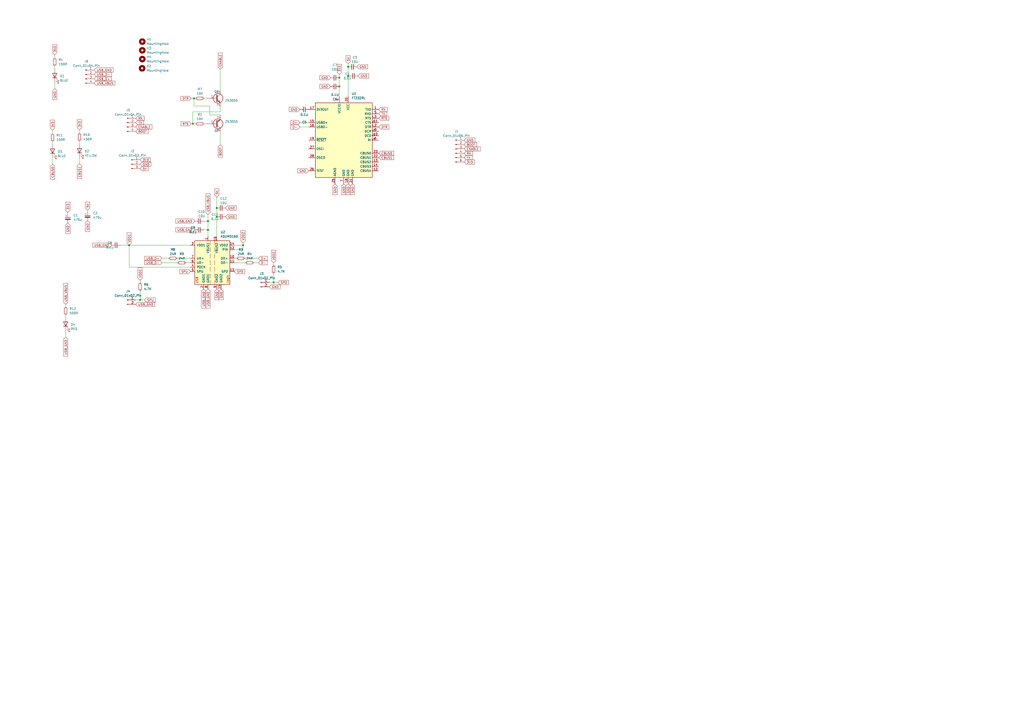
<source format=kicad_sch>
(kicad_sch (version 20231120) (generator "eeschema") (generator_version "8.0")
  (paper "A2")
  (lib_symbols
    (symbol "Connector:Conn_01x02_Pin" (pin_names (offset 1.016) hide)
      (property "Reference" "J" (at 0 2.54 0))
      (property "Value" "Conn_01x02_Pin" (at 0 -5.08 0))
      (symbol "Conn_01x02_Pin_1_1"
        (polyline (pts (xy 1.27 -2.54) (xy 0.8636 -2.54)) (stroke (width 0.1524)))
        (polyline (pts (xy 1.27 0) (xy 0.8636 0)) (stroke (width 0.1524)))
        (rectangle (start 0.8636 -2.413) (end 0 -2.667) (stroke (width 0.1524)) (fill (type outline)))
        (rectangle (start 0.8636 0.127) (end 0 -0.127) (stroke (width 0.1524)) (fill (type outline)))
        (pin passive line (at 5.08 0 180) (length 3.81) (name "Pin_1") (number "1"))
        (pin passive line (at 5.08 -2.54 180) (length 3.81) (name "Pin_2") (number "2"))
      )
    )
    (symbol "Connector:Conn_01x03_Pin" (pin_names (offset 1.016) hide)
      (property "Reference" "J" (at 0 5.08 0))
      (property "Value" "Conn_01x03_Pin" (at 0 -5.08 0))
      (symbol "Conn_01x03_Pin_1_1"
        (polyline (pts (xy 1.27 -2.54) (xy 0.8636 -2.54)) (stroke (width 0.1524)))
        (polyline (pts (xy 1.27 0) (xy 0.8636 0)) (stroke (width 0.1524)))
        (polyline (pts (xy 1.27 2.54) (xy 0.8636 2.54)) (stroke (width 0.1524)))
        (rectangle (start 0.8636 -2.413) (end 0 -2.667) (stroke (width 0.1524)) (fill (type outline)))
        (rectangle (start 0.8636 0.127) (end 0 -0.127) (stroke (width 0.1524)) (fill (type outline)))
        (rectangle (start 0.8636 2.667) (end 0 2.413) (stroke (width 0.1524)) (fill (type outline)))
        (pin passive line (at 5.08 2.54 180) (length 3.81) (name "Pin_1") (number "1"))
        (pin passive line (at 5.08 0 180) (length 3.81) (name "Pin_2") (number "2"))
        (pin passive line (at 5.08 -2.54 180) (length 3.81) (name "Pin_3") (number "3"))
      )
    )
    (symbol "Connector:Conn_01x04_Pin" (pin_names (offset 1.016) hide)
      (property "Reference" "J" (at 0 5.08 0))
      (property "Value" "Conn_01x04_Pin" (at 0 -7.62 0))
      (symbol "Conn_01x04_Pin_1_1"
        (polyline (pts (xy 1.27 -5.08) (xy 0.8636 -5.08)) (stroke (width 0.1524)))
        (polyline (pts (xy 1.27 -2.54) (xy 0.8636 -2.54)) (stroke (width 0.1524)))
        (polyline (pts (xy 1.27 0) (xy 0.8636 0)) (stroke (width 0.1524)))
        (polyline (pts (xy 1.27 2.54) (xy 0.8636 2.54)) (stroke (width 0.1524)))
        (rectangle (start 0.8636 -4.953) (end 0 -5.207) (stroke (width 0.1524)) (fill (type outline)))
        (rectangle (start 0.8636 -2.413) (end 0 -2.667) (stroke (width 0.1524)) (fill (type outline)))
        (rectangle (start 0.8636 0.127) (end 0 -0.127) (stroke (width 0.1524)) (fill (type outline)))
        (rectangle (start 0.8636 2.667) (end 0 2.413) (stroke (width 0.1524)) (fill (type outline)))
        (pin passive line (at 5.08 2.54 180) (length 3.81) (name "Pin_1") (number "1"))
        (pin passive line (at 5.08 0 180) (length 3.81) (name "Pin_2") (number "2"))
        (pin passive line (at 5.08 -2.54 180) (length 3.81) (name "Pin_3") (number "3"))
        (pin passive line (at 5.08 -5.08 180) (length 3.81) (name "Pin_4") (number "4"))
      )
    )
    (symbol "Connector:Conn_01x06_Pin" (pin_names (offset 1.016) hide)
      (property "Reference" "J" (at 0 7.62 0))
      (property "Value" "Conn_01x06_Pin" (at 0 -10.16 0))
      (symbol "Conn_01x06_Pin_1_1"
        (polyline (pts (xy 1.27 -7.62) (xy 0.8636 -7.62)) (stroke (width 0.1524)))
        (polyline (pts (xy 1.27 -5.08) (xy 0.8636 -5.08)) (stroke (width 0.1524)))
        (polyline (pts (xy 1.27 -2.54) (xy 0.8636 -2.54)) (stroke (width 0.1524)))
        (polyline (pts (xy 1.27 0) (xy 0.8636 0)) (stroke (width 0.1524)))
        (polyline (pts (xy 1.27 2.54) (xy 0.8636 2.54)) (stroke (width 0.1524)))
        (polyline (pts (xy 1.27 5.08) (xy 0.8636 5.08)) (stroke (width 0.1524)))
        (rectangle (start 0.8636 -7.493) (end 0 -7.747) (stroke (width 0.1524)) (fill (type outline)))
        (rectangle (start 0.8636 -4.953) (end 0 -5.207) (stroke (width 0.1524)) (fill (type outline)))
        (rectangle (start 0.8636 -2.413) (end 0 -2.667) (stroke (width 0.1524)) (fill (type outline)))
        (rectangle (start 0.8636 0.127) (end 0 -0.127) (stroke (width 0.1524)) (fill (type outline)))
        (rectangle (start 0.8636 2.667) (end 0 2.413) (stroke (width 0.1524)) (fill (type outline)))
        (rectangle (start 0.8636 5.207) (end 0 4.953) (stroke (width 0.1524)) (fill (type outline)))
        (pin passive line (at 5.08 5.08 180) (length 3.81) (name "Pin_1") (number "1"))
        (pin passive line (at 5.08 2.54 180) (length 3.81) (name "Pin_2") (number "2"))
        (pin passive line (at 5.08 0 180) (length 3.81) (name "Pin_3") (number "3"))
        (pin passive line (at 5.08 -2.54 180) (length 3.81) (name "Pin_4") (number "4"))
        (pin passive line (at 5.08 -5.08 180) (length 3.81) (name "Pin_5") (number "5"))
        (pin passive line (at 5.08 -7.62 180) (length 3.81) (name "Pin_6") (number "6"))
      )
    )
    (symbol "Device:C_Polarized_Small" (pin_numbers hide) (pin_names (offset 0.254) hide)
      (property "Reference" "C" (at 0.254 1.778 0))
      (property "Value" "C_Polarized_Small" (at 0.254 -2.032 0))
      (symbol "C_Polarized_Small_0_1"
        (rectangle (start -1.524 -0.3048) (end 1.524 -0.6858) (fill (type outline)))
        (rectangle (start -1.524 0.6858) (end 1.524 0.3048))
        (polyline (pts (xy -1.27 1.524) (xy -0.762 1.524)))
        (polyline (pts (xy -1.016 1.27) (xy -1.016 1.778)))
      )
      (symbol "C_Polarized_Small_1_1"
        (pin passive line (at 0 2.54 270) (length 1.8542) (name "~") (number "1"))
        (pin passive line (at 0 -2.54 90) (length 1.8542) (name "~") (number "2"))
      )
    )
    (symbol "Device:C_Small" (pin_numbers hide) (pin_names (offset 0.254) hide)
      (property "Reference" "C" (at 0.254 1.778 0))
      (property "Value" "C_Small" (at 0.254 -2.032 0))
      (symbol "C_Small_0_1"
        (polyline (pts (xy -1.524 -0.508) (xy 1.524 -0.508)) (stroke (width 0.3302)))
        (polyline (pts (xy -1.524 0.508) (xy 1.524 0.508)) (stroke (width 0.3048)))
      )
      (symbol "C_Small_1_1"
        (pin passive line (at 0 2.54 270) (length 2.032) (name "~") (number "1"))
        (pin passive line (at 0 -2.54 90) (length 2.032) (name "~") (number "2"))
      )
    )
    (symbol "Device:LED" (pin_numbers hide) (pin_names (offset 1.016) hide)
      (property "Reference" "D" (at 0 2.54 0))
      (property "Value" "LED" (at 0 -2.54 0))
      (symbol "LED_0_1"
        (polyline (pts (xy -1.27 -1.27) (xy -1.27 1.27)) (stroke (width 0.254)))
        (polyline (pts (xy -1.27 0) (xy 1.27 0)))
        (polyline (pts (xy 1.27 -1.27) (xy 1.27 1.27) (xy -1.27 0) (xy 1.27 -1.27)) (stroke (width 0.254)))
        (polyline (pts (xy -3.048 -0.762) (xy -4.572 -2.286) (xy -3.81 -2.286) (xy -4.572 -2.286) (xy -4.572 -1.524)))
        (polyline (pts (xy -1.778 -0.762) (xy -3.302 -2.286) (xy -2.54 -2.286) (xy -3.302 -2.286) (xy -3.302 -1.524)))
      )
      (symbol "LED_1_1"
        (pin passive line (at -3.81 0 0) (length 2.54) (name "K") (number "1"))
        (pin passive line (at 3.81 0 180) (length 2.54) (name "A") (number "2"))
      )
    )
    (symbol "Device:R_Small" (pin_numbers hide) (pin_names (offset 0.254) hide)
      (property "Reference" "R" (at 0.762 0.508 0))
      (property "Value" "R_Small" (at 0.762 -1.016 0))
      (symbol "R_Small_0_1"
        (rectangle (start -0.762 1.778) (end 0.762 -1.778) (stroke (width 0.2032)))
      )
      (symbol "R_Small_1_1"
        (pin passive line (at 0 2.54 270) (length 0.762) (name "~") (number "1"))
        (pin passive line (at 0 -2.54 90) (length 0.762) (name "~") (number "2"))
      )
    )
    (symbol "Interface_USB:ADUM3160" (pin_names (offset 1.016))
      (property "Reference" "U" (at -10.16 13.97 0))
      (property "Value" "ADUM3160" (at 3.81 13.97 0))
      (symbol "ADUM3160_0_0"
        (text "Logic" (at 8.89 -12.065 900) (effects (font (size 1.27 1.27)) (justify left)))
      )
      (symbol "ADUM3160_0_1"
        (rectangle (start -10.16 12.7) (end 10.16 -12.7) (stroke (width 0.254)) (fill (type background)))
        (polyline (pts (xy -1.27 -10.16) (xy -1.27 -12.7)))
        (polyline (pts (xy -1.27 -6.35) (xy -1.27 -8.89)))
        (polyline (pts (xy -1.27 -2.54) (xy -1.27 -5.08)))
        (polyline (pts (xy -1.27 1.27) (xy -1.27 -1.27)))
        (polyline (pts (xy -1.27 5.08) (xy -1.27 2.54)))
        (polyline (pts (xy -1.27 8.89) (xy -1.27 6.35)))
        (polyline (pts (xy -1.27 12.7) (xy -1.27 10.16)))
        (polyline (pts (xy 1.27 -10.16) (xy 1.27 -12.7)))
        (polyline (pts (xy 1.27 -6.35) (xy 1.27 -8.89)))
        (polyline (pts (xy 1.27 -2.54) (xy 1.27 -5.08)))
        (polyline (pts (xy 1.27 1.27) (xy 1.27 -1.27)))
        (polyline (pts (xy 1.27 5.08) (xy 1.27 2.54)))
        (polyline (pts (xy 1.27 8.89) (xy 1.27 6.35)))
        (polyline (pts (xy 1.27 12.7) (xy 1.27 10.16)))
      )
      (symbol "ADUM3160_1_0"
        (text "USB" (at -8.89 -12.065 900) (effects (font (size 1.27 1.27)) (justify left)))
      )
      (symbol "ADUM3160_1_1"
        (pin power_in line (at -2.54 15.24 270) (length 2.54) (name "VBUS1") (number "1"))
        (pin bidirectional line (at 12.7 2.54 180) (length 2.54) (name "DD+") (number "10"))
        (pin bidirectional line (at 12.7 0 180) (length 2.54) (name "DD-") (number "11"))
        (pin input line (at 12.7 7.62 180) (length 2.54) (name "PIN") (number "12"))
        (pin input line (at 12.7 -5.08 180) (length 2.54) (name "SPD") (number "13"))
        (pin power_in line (at 12.7 10.16 180) (length 2.54) (name "VDD2") (number "14"))
        (pin power_in line (at 5.08 -15.24 90) (length 2.54) (name "GND2") (number "15"))
        (pin power_in line (at 2.54 15.24 270) (length 2.54) (name "VBUS2") (number "16"))
        (pin power_in line (at -5.08 -15.24 90) (length 2.54) (name "GND1") (number "2"))
        (pin power_in line (at -12.7 10.16 0) (length 2.54) (name "VDD1") (number "3"))
        (pin input line (at -12.7 -2.54 0) (length 2.54) (name "PDEN") (number "4"))
        (pin input line (at -12.7 -5.08 0) (length 2.54) (name "SPU") (number "5"))
        (pin bidirectional line (at -12.7 0 0) (length 2.54) (name "UD-") (number "6"))
        (pin bidirectional line (at -12.7 2.54 0) (length 2.54) (name "UD+") (number "7"))
        (pin power_in line (at -2.54 -15.24 90) (length 2.54) (name "GND1") (number "8"))
        (pin power_in line (at 2.54 -15.24 90) (length 2.54) (name "GND2") (number "9"))
      )
    )
    (symbol "Interface_USB:FT232RL"
      (property "Reference" "U" (at -16.51 22.86 0))
      (property "Value" "FT232RL" (at 10.16 22.86 0))
      (symbol "FT232RL_0_1"
        (rectangle (start -16.51 21.59) (end 16.51 -21.59) (stroke (width 0.254)) (fill (type background)))
      )
      (symbol "FT232RL_1_1"
        (pin output line (at 20.32 17.78 180) (length 3.81) (name "TXD") (number "1"))
        (pin input input_low (at 20.32 2.54 180) (length 3.81) (name "DCD") (number "10"))
        (pin input input_low (at 20.32 10.16 180) (length 3.81) (name "CTS") (number "11"))
        (pin bidirectional line (at 20.32 -17.78 180) (length 3.81) (name "CBUS4") (number "12"))
        (pin bidirectional line (at 20.32 -12.7 180) (length 3.81) (name "CBUS2") (number "13"))
        (pin bidirectional line (at 20.32 -15.24 180) (length 3.81) (name "CBUS3") (number "14"))
        (pin bidirectional line (at -20.32 10.16 0) (length 3.81) (name "USBD+") (number "15"))
        (pin bidirectional line (at -20.32 7.62 0) (length 3.81) (name "USBD-") (number "16"))
        (pin power_out line (at -20.32 17.78 0) (length 3.81) (name "3V3OUT") (number "17"))
        (pin power_in line (at 2.54 -25.4 90) (length 3.81) (name "GND") (number "18"))
        (pin input line (at -20.32 0 0) (length 3.81) (name "~{RESET}") (number "19"))
        (pin output output_low (at 20.32 7.62 180) (length 3.81) (name "DTR") (number "2"))
        (pin power_in line (at 2.54 25.4 270) (length 3.81) (name "VCC") (number "20"))
        (pin power_in line (at 5.08 -25.4 90) (length 3.81) (name "GND") (number "21"))
        (pin bidirectional line (at 20.32 -10.16 180) (length 3.81) (name "CBUS1") (number "22"))
        (pin bidirectional line (at 20.32 -7.62 180) (length 3.81) (name "CBUS0") (number "23"))
        (pin power_in line (at -5.08 -25.4 90) (length 3.81) (name "AGND") (number "25"))
        (pin input line (at -20.32 -17.78 0) (length 3.81) (name "TEST") (number "26"))
        (pin input line (at -20.32 -5.08 0) (length 3.81) (name "OSCI") (number "27"))
        (pin output line (at -20.32 -10.16 0) (length 3.81) (name "OSCO") (number "28"))
        (pin output output_low (at 20.32 12.7 180) (length 3.81) (name "RTS") (number "3"))
        (pin power_in line (at -2.54 25.4 270) (length 3.81) (name "VCCIO") (number "4"))
        (pin input line (at 20.32 15.24 180) (length 3.81) (name "RXD") (number "5"))
        (pin input input_low (at 20.32 0 180) (length 3.81) (name "RI") (number "6"))
        (pin power_in line (at 0 -25.4 90) (length 3.81) (name "GND") (number "7"))
        (pin input input_low (at 20.32 5.08 180) (length 3.81) (name "DCR") (number "9"))
      )
    )
    (symbol "Mechanical:MountingHole" (pin_names (offset 1.016))
      (property "Reference" "H" (at 0 5.08 0))
      (property "Value" "MountingHole" (at 0 3.175 0))
      (symbol "MountingHole_0_1"
        (circle (center 0 0) (radius 1.27) (stroke (width 1.27)))
      )
    )
    (symbol "Transistor_BJT:2N3055" (pin_names (offset 0) hide)
      (property "Reference" "Q" (at 5.08 1.905 0))
      (property "Value" "2N3055" (at 5.08 0 0))
      (symbol "2N3055_0_1"
        (polyline (pts (xy 0.635 0.635) (xy 2.54 2.54)))
        (polyline (pts (xy 0.635 -0.635) (xy 2.54 -2.54) (xy 2.54 -2.54)))
        (polyline (pts (xy 0.635 1.905) (xy 0.635 -1.905) (xy 0.635 -1.905)) (stroke (width 0.508)))
        (polyline (pts (xy 1.27 -1.778) (xy 1.778 -1.27) (xy 2.286 -2.286) (xy 1.27 -1.778) (xy 1.27 -1.778)) (fill (type outline)))
        (circle (center 1.27 0) (radius 2.8194) (stroke (width 0.254)))
      )
      (symbol "2N3055_1_1"
        (pin input line (at -5.08 0 0) (length 5.715) (name "B") (number "1"))
        (pin passive line (at 2.54 -5.08 90) (length 2.54) (name "E") (number "2"))
        (pin passive line (at 2.54 5.08 270) (length 2.54) (name "C") (number "3"))
      )
    )
  )
  (junction (at 111.8931 71.7787))
  (junction (at 125.73 120.65))
  (junction (at 201.93 44.069))
  (junction (at 158.75 163.83))
  (junction (at 201.93 38.735))
  (junction (at 120.65 128.27))
  (junction (at 81.28 173.99))
  (junction (at 196.85 45.085))
  (junction (at 125.73 125.73))
  (junction (at 120.65 133.35))
  (junction (at 196.85 50.165))
  (junction (at 140.97 142.24))
  (junction (at 112.5281 57.0467))
  (junction (at 74.93 142.24))
  (wire (pts (xy 46.101 94.996) (xy 46.101 91.186)))
  (wire (pts (xy 121.6721 66.6987) (xy 121.6721 61.4917)))
  (wire (pts (xy 120.65 128.27) (xy 120.65 133.35)))
  (wire (pts (xy 173.99 73.66) (xy 179.07 73.66)))
  (wire (pts (xy 102.87 149.86) (xy 110.49 149.86)))
  (wire (pts (xy 202.565 44.069) (xy 201.93 44.069)))
  (wire (pts (xy 30.48 77.216) (xy 30.48 75.565)))
  (wire (pts (xy 107.95 152.4) (xy 110.49 152.4)))
  (wire (pts (xy 196.85 45.085) (xy 196.85 50.165)))
  (wire (pts (xy 140.97 142.24) (xy 135.89 142.24)))
  (wire (pts (xy 46.101 83.566) (xy 46.101 82.042)))
  (wire (pts (xy 93.98 152.4) (xy 102.87 152.4)))
  (wire (pts (xy 125.73 120.65) (xy 125.73 125.73)))
  (wire (pts (xy 30.48 95.25) (xy 30.48 91.44)))
  (wire (pts (xy 30.48 83.82) (xy 30.48 82.296)))
  (wire (pts (xy 111.8931 64.9207) (xy 127.7681 64.9207)))
  (wire (pts (xy 173.99 71.12) (xy 179.07 71.12)))
  (wire (pts (xy 31.75 40.005) (xy 31.75 38.481)))
  (wire (pts (xy 127.7681 40.1557) (xy 127.7681 51.9667)))
  (wire (pts (xy 158.75 158.75) (xy 158.75 163.83)))
  (wire (pts (xy 112.5281 57.0467) (xy 113.4171 57.0467)))
  (wire (pts (xy 31.75 33.401) (xy 31.75 31.75)))
  (wire (pts (xy 118.4971 57.0467) (xy 120.1481 57.0467)))
  (wire (pts (xy 140.97 144.78) (xy 135.89 144.78)))
  (wire (pts (xy 196.85 43.18) (xy 196.85 45.085)))
  (wire (pts (xy 161.29 163.83) (xy 158.75 163.83)))
  (wire (pts (xy 140.97 140.97) (xy 140.97 142.24)))
  (wire (pts (xy 31.75 51.435) (xy 31.75 47.625)))
  (wire (pts (xy 158.75 163.83) (xy 156.21 163.83)))
  (wire (pts (xy 120.65 133.35) (xy 120.65 137.16)))
  (wire (pts (xy 81.28 162.56) (xy 81.28 163.83)))
  (wire (pts (xy 112.5281 57.0467) (xy 112.5281 61.4917)))
  (wire (pts (xy 74.93 142.24) (xy 110.49 142.24)))
  (wire (pts (xy 69.85 142.24) (xy 74.93 142.24)))
  (wire (pts (xy 118.11 133.35) (xy 120.65 133.35)))
  (wire (pts (xy 81.28 168.91) (xy 81.28 173.99)))
  (wire (pts (xy 46.101 76.962) (xy 46.101 75.311)))
  (wire (pts (xy 137.16 149.86) (xy 135.89 149.86)))
  (wire (pts (xy 50.8 121.92) (xy 50.8 122.936)))
  (wire (pts (xy 127.7681 62.1267) (xy 127.7681 64.9207)))
  (wire (pts (xy 111.8931 71.7787) (xy 113.4171 71.7787)))
  (wire (pts (xy 201.93 44.069) (xy 201.93 55.88)))
  (wire (pts (xy 93.98 149.86) (xy 97.79 149.86)))
  (wire (pts (xy 74.93 154.94) (xy 74.93 142.24)))
  (wire (pts (xy 110.8771 71.7787) (xy 111.8931 71.7787)))
  (wire (pts (xy 38.1 195.58) (xy 38.1 191.77)))
  (wire (pts (xy 158.75 152.4) (xy 158.75 153.67)))
  (wire (pts (xy 110.49 154.94) (xy 74.93 154.94)))
  (wire (pts (xy 140.97 142.24) (xy 140.97 144.78)))
  (wire (pts (xy 111.8931 64.9207) (xy 111.8931 71.7787)))
  (wire (pts (xy 125.73 125.73) (xy 125.73 137.16)))
  (wire (pts (xy 125.73 114.3) (xy 125.73 120.65)))
  (wire (pts (xy 39.37 123.19) (xy 39.37 124.206)))
  (wire (pts (xy 38.1 184.15) (xy 38.1 182.88)))
  (wire (pts (xy 83.82 173.99) (xy 81.28 173.99)))
  (wire (pts (xy 81.28 173.99) (xy 78.74 173.99)))
  (wire (pts (xy 38.1 177.8) (xy 38.1 176.53)))
  (wire (pts (xy 120.65 124.46) (xy 120.65 128.27)))
  (wire (pts (xy 110.8771 57.0467) (xy 112.5281 57.0467)))
  (wire (pts (xy 196.85 50.165) (xy 196.85 55.88)))
  (wire (pts (xy 142.24 152.4) (xy 135.89 152.4)))
  (wire (pts (xy 201.93 38.735) (xy 201.93 44.069)))
  (wire (pts (xy 201.93 36.957) (xy 201.93 38.735)))
  (wire (pts (xy 127.7681 76.8587) (xy 127.7681 83.9707)))
  (wire (pts (xy 118.11 128.27) (xy 120.65 128.27)))
  (wire (pts (xy 149.86 152.4) (xy 147.32 152.4)))
  (wire (pts (xy 112.5281 61.4917) (xy 121.6721 61.4917)))
  (wire (pts (xy 149.86 149.86) (xy 142.24 149.86)))
  (wire (pts (xy 127.7681 66.6987) (xy 121.6721 66.6987)))
  (wire (pts (xy 118.4971 71.7787) (xy 120.1481 71.7787)))
  (global_label "GND" (shape input) (at 31.75 51.435 270) (property "Intersheetrefs" "${INTERSHEET_REFS}" (effects (hide yes))))
  (global_label "3V3" (shape input) (at 39.37 123.19 90) (property "Intersheetrefs" "${INTERSHEET_REFS}" (effects (hide yes))))
  (global_label "GND" (shape input) (at 194.31 106.68 270) (property "Intersheetrefs" "${INTERSHEET_REFS}" (effects (hide yes))))
  (global_label "USB_D-" (shape input) (at 54.61 43.18 0) (property "Intersheetrefs" "${INTERSHEET_REFS}" (effects (hide yes))))
  (global_label "DTR" (shape input) (at 110.8771 57.0467 180) (property "Intersheetrefs" "${INTERSHEET_REFS}" (effects (hide yes))))
  (global_label "CBUS1" (shape input) (at 219.71 91.44 0) (property "Intersheetrefs" "${INTERSHEET_REFS}" (effects (hide yes))))
  (global_label "USB_GND" (shape input) (at 113.03 128.27 180) (property "Intersheetrefs" "${INTERSHEET_REFS}" (effects (hide yes))))
  (global_label "RX" (shape input) (at 219.71 63.5 0) (property "Intersheetrefs" "${INTERSHEET_REFS}" (effects (hide yes))))
  (global_label "3V3" (shape input) (at 196.85 43.18 90) (property "Intersheetrefs" "${INTERSHEET_REFS}" (effects (hide yes))))
  (global_label "3V3" (shape input) (at 81.28 92.71 0) (property "Intersheetrefs" "${INTERSHEET_REFS}" (effects (hide yes))))
  (global_label "ENABLE" (shape input) (at 269.24 86.36 0) (property "Intersheetrefs" "${INTERSHEET_REFS}" (effects (hide yes))))
  (global_label "GND" (shape input) (at 207.01 38.735 0) (property "Intersheetrefs" "${INTERSHEET_REFS}" (effects (hide yes))))
  (global_label "RTS" (shape input) (at 110.8771 71.7787 180) (property "Intersheetrefs" "${INTERSHEET_REFS}" (effects (hide yes))))
  (global_label "GND" (shape input) (at 179.07 99.06 180) (property "Intersheetrefs" "${INTERSHEET_REFS}" (effects (hide yes))))
  (global_label "GND" (shape input) (at 130.81 120.65 0) (property "Intersheetrefs" "${INTERSHEET_REFS}" (effects (hide yes))))
  (global_label "ENABLE" (shape input) (at 127.7681 40.1557 90) (property "Intersheetrefs" "${INTERSHEET_REFS}" (effects (hide yes))))
  (global_label "GND" (shape input) (at 128.27 167.64 270) (property "Intersheetrefs" "${INTERSHEET_REFS}" (effects (hide yes))))
  (global_label "5V" (shape input) (at 201.93 36.957 90) (property "Intersheetrefs" "${INTERSHEET_REFS}" (effects (hide yes))))
  (global_label "RTS" (shape input) (at 219.71 68.58 0) (property "Intersheetrefs" "${INTERSHEET_REFS}" (effects (hide yes))))
  (global_label "GND" (shape input) (at 269.24 81.28 0) (property "Intersheetrefs" "${INTERSHEET_REFS}" (effects (hide yes))))
  (global_label "3V3" (shape input) (at 46.101 75.311 90) (property "Intersheetrefs" "${INTERSHEET_REFS}" (effects (hide yes))))
  (global_label "USB_GND" (shape input) (at 38.1 195.58 270) (property "Intersheetrefs" "${INTERSHEET_REFS}" (effects (hide yes))))
  (global_label "TX" (shape input) (at 219.71 66.04 0) (property "Intersheetrefs" "${INTERSHEET_REFS}" (effects (hide yes))))
  (global_label "BOOT" (shape input) (at 78.74 76.2 0) (property "Intersheetrefs" "${INTERSHEET_REFS}" (effects (hide yes))))
  (global_label "USB_GND" (shape input) (at 113.03 133.35 180) (property "Intersheetrefs" "${INTERSHEET_REFS}" (effects (hide yes))))
  (global_label "5V" (shape input) (at 125.73 114.3 90) (property "Intersheetrefs" "${INTERSHEET_REFS}" (effects (hide yes))))
  (global_label "VDD1" (shape input) (at 74.93 142.24 90) (property "Intersheetrefs" "${INTERSHEET_REFS}" (effects (hide yes))))
  (global_label "CBUS1" (shape input) (at 46.101 94.996 270) (property "Intersheetrefs" "${INTERSHEET_REFS}" (effects (hide yes))))
  (global_label "USB_D+" (shape input) (at 54.61 45.72 0) (property "Intersheetrefs" "${INTERSHEET_REFS}" (effects (hide yes))))
  (global_label "D+" (shape input) (at 149.86 149.86 0) (property "Intersheetrefs" "${INTERSHEET_REFS}" (effects (hide yes))))
  (global_label "SPD" (shape input) (at 135.89 157.48 0) (property "Intersheetrefs" "${INTERSHEET_REFS}" (effects (hide yes))))
  (global_label "USB_D-" (shape input) (at 93.98 152.4 180) (property "Intersheetrefs" "${INTERSHEET_REFS}" (effects (hide yes))))
  (global_label "TX" (shape input) (at 269.24 91.44 0) (property "Intersheetrefs" "${INTERSHEET_REFS}" (effects (hide yes))))
  (global_label "VDD2" (shape input) (at 158.75 152.4 90) (property "Intersheetrefs" "${INTERSHEET_REFS}" (effects (hide yes))))
  (global_label "GND" (shape input) (at 199.39 106.68 270) (property "Intersheetrefs" "${INTERSHEET_REFS}" (effects (hide yes))))
  (global_label "GND" (shape input) (at 81.28 95.25 0) (property "Intersheetrefs" "${INTERSHEET_REFS}" (effects (hide yes))))
  (global_label "GND" (shape input) (at 201.93 106.68 270) (property "Intersheetrefs" "${INTERSHEET_REFS}" (effects (hide yes))))
  (global_label "3V3" (shape input) (at 31.75 31.75 90) (property "Intersheetrefs" "${INTERSHEET_REFS}" (effects (hide yes))))
  (global_label "TX" (shape input) (at 78.74 71.12 0) (property "Intersheetrefs" "${INTERSHEET_REFS}" (effects (hide yes))))
  (global_label "GND" (shape input) (at 39.37 129.286 270) (property "Intersheetrefs" "${INTERSHEET_REFS}" (effects (hide yes))))
  (global_label "SPU" (shape input) (at 110.49 157.48 180) (property "Intersheetrefs" "${INTERSHEET_REFS}" (effects (hide yes))))
  (global_label "USB_GND" (shape input) (at 118.11 167.64 270) (property "Intersheetrefs" "${INTERSHEET_REFS}" (effects (hide yes))))
  (global_label "VDD1" (shape input) (at 81.28 162.56 90) (property "Intersheetrefs" "${INTERSHEET_REFS}" (effects (hide yes))))
  (global_label "USB_VBUS" (shape input) (at 54.61 48.26 0) (property "Intersheetrefs" "${INTERSHEET_REFS}" (effects (hide yes))))
  (global_label "GND" (shape input) (at 207.645 44.069 0) (property "Intersheetrefs" "${INTERSHEET_REFS}" (effects (hide yes))))
  (global_label "5V" (shape input) (at 81.28 97.79 0) (property "Intersheetrefs" "${INTERSHEET_REFS}" (effects (hide yes))))
  (global_label "GND" (shape input) (at 191.77 45.085 180) (property "Intersheetrefs" "${INTERSHEET_REFS}" (effects (hide yes))))
  (global_label "GND" (shape input) (at 125.73 167.64 270) (property "Intersheetrefs" "${INTERSHEET_REFS}" (effects (hide yes))))
  (global_label "3V3" (shape input) (at 30.48 75.565 90) (property "Intersheetrefs" "${INTERSHEET_REFS}" (effects (hide yes))))
  (global_label "USB_GND" (shape input) (at 54.61 40.64 0) (property "Intersheetrefs" "${INTERSHEET_REFS}" (effects (hide yes))))
  (global_label "GND" (shape input) (at 156.21 166.37 0) (property "Intersheetrefs" "${INTERSHEET_REFS}" (effects (hide yes))))
  (global_label "BOOT" (shape input) (at 127.7681 83.9707 270) (property "Intersheetrefs" "${INTERSHEET_REFS}" (effects (hide yes))))
  (global_label "GND" (shape input) (at 130.81 125.73 0) (property "Intersheetrefs" "${INTERSHEET_REFS}" (effects (hide yes))))
  (global_label "GND" (shape input) (at 173.99 63.5 180) (property "Intersheetrefs" "${INTERSHEET_REFS}" (effects (hide yes))))
  (global_label "5V" (shape input) (at 50.8 121.92 90) (property "Intersheetrefs" "${INTERSHEET_REFS}" (effects (hide yes))))
  (global_label "CBUS0" (shape input) (at 219.71 88.9 0) (property "Intersheetrefs" "${INTERSHEET_REFS}" (effects (hide yes))))
  (global_label "RX" (shape input) (at 269.24 88.9 0) (property "Intersheetrefs" "${INTERSHEET_REFS}" (effects (hide yes))))
  (global_label "DTR" (shape input) (at 219.71 73.66 0) (property "Intersheetrefs" "${INTERSHEET_REFS}" (effects (hide yes))))
  (global_label "3V3" (shape input) (at 269.24 93.98 0) (property "Intersheetrefs" "${INTERSHEET_REFS}" (effects (hide yes))))
  (global_label "SPD" (shape input) (at 161.29 163.83 0) (property "Intersheetrefs" "${INTERSHEET_REFS}" (effects (hide yes))))
  (global_label "CBUS0" (shape input) (at 30.48 95.25 270) (property "Intersheetrefs" "${INTERSHEET_REFS}" (effects (hide yes))))
  (global_label "USB_VBUS" (shape input) (at 120.65 124.46 90) (property "Intersheetrefs" "${INTERSHEET_REFS}" (effects (hide yes))))
  (global_label "GND" (shape input) (at 204.47 106.68 270) (property "Intersheetrefs" "${INTERSHEET_REFS}" (effects (hide yes))))
  (global_label "GND" (shape input) (at 50.8 128.016 270) (property "Intersheetrefs" "${INTERSHEET_REFS}" (effects (hide yes))))
  (global_label "USB_GND" (shape input) (at 64.77 142.24 180) (property "Intersheetrefs" "${INTERSHEET_REFS}" (effects (hide yes))))
  (global_label "RX" (shape input) (at 78.74 68.58 0) (property "Intersheetrefs" "${INTERSHEET_REFS}" (effects (hide yes))))
  (global_label "VDD2" (shape input) (at 140.97 140.97 90) (property "Intersheetrefs" "${INTERSHEET_REFS}" (effects (hide yes))))
  (global_label "SPU" (shape input) (at 83.82 173.99 0) (property "Intersheetrefs" "${INTERSHEET_REFS}" (effects (hide yes))))
  (global_label "ENABLE" (shape input) (at 78.74 73.66 0) (property "Intersheetrefs" "${INTERSHEET_REFS}" (effects (hide yes))))
  (global_label "GND" (shape input) (at 191.77 50.165 180) (property "Intersheetrefs" "${INTERSHEET_REFS}" (effects (hide yes))))
  (global_label "USB_GND" (shape input) (at 78.74 176.53 0) (property "Intersheetrefs" "${INTERSHEET_REFS}" (effects (hide yes))))
  (global_label "D-" (shape input) (at 173.99 73.66 180) (property "Intersheetrefs" "${INTERSHEET_REFS}" (effects (hide yes))))
  (global_label "USB_VBUS" (shape input) (at 38.1 176.53 90) (property "Intersheetrefs" "${INTERSHEET_REFS}" (effects (hide yes))))
  (global_label "D-" (shape input) (at 149.86 152.4 0) (property "Intersheetrefs" "${INTERSHEET_REFS}" (effects (hide yes))))
  (global_label "USB_D+" (shape input) (at 93.98 149.86 180) (property "Intersheetrefs" "${INTERSHEET_REFS}" (effects (hide yes))))
  (global_label "BOOT" (shape input) (at 269.24 83.82 0) (property "Intersheetrefs" "${INTERSHEET_REFS}" (effects (hide yes))))
  (global_label "USB_GND" (shape input) (at 120.65 167.64 270) (property "Intersheetrefs" "${INTERSHEET_REFS}" (effects (hide yes))))
  (global_label "D+" (shape input) (at 173.99 71.12 180) (property "Intersheetrefs" "${INTERSHEET_REFS}" (effects (hide yes))))
  (symbol (lib_id "Device:C_Polarized_Small") (at 39.37 126.746 0) (unit 1)
    (property "Reference" "C1" (at 42.545 124.9299 0) (effects (justify left)))
    (property "Value" "470u" (at 42.545 127.4699 0) (effects (justify left)))
    (property "Footprint" "Capacitor_THT:CP_Radial_D6.3mm_P2.50mm" (effects (hide yes)))
  )
  (symbol (lib_id "Device:LED") (at 46.101 87.376 90) (unit 1)
    (property "Reference" "D2" (at 49.022 87.6934 90) (effects (justify right)))
    (property "Value" "YELLOW" (at 49.022 90.2334 90) (effects (justify right)))
    (property "Footprint" "LED_SMD:LED_0603_1608Metric_Pad1.05x0.95mm_HandSolder" (effects (hide yes)))
    (property "LCSC" "XL-1608UBC-04" (effects (hide yes)))
  )
  (symbol (lib_id "Device:R_Small") (at 31.75 35.941 0) (unit 1)
    (property "Reference" "R1" (at 33.909 34.6709 0) (effects (justify left)))
    (property "Value" "150R" (at 33.909 37.2109 0) (effects (justify left)))
    (property "Footprint" "Resistor_SMD:R_0603_1608Metric_Pad0.98x0.95mm_HandSolder" (effects (hide yes)))
  )
  (symbol (lib_id "Device:C_Small") (at 115.57 128.27 90) (unit 1)
    (property "Reference" "C10" (at 116.967 122.809 90))
    (property "Value" "10U" (at 116.967 125.349 90))
    (property "Footprint" "Capacitor_SMD:C_1206_3216Metric_Pad1.33x1.80mm_HandSolder" (effects (hide yes)))
  )
  (symbol (lib_id "Mechanical:MountingHole") (at 82.55 34.29 0) (unit 1)
    (property "Reference" "H4" (at 85.09 33.0199 0) (effects (justify left)))
    (property "Value" "MountingHole" (at 85.09 35.5599 0) (effects (justify left)))
    (property "Footprint" "MountingHole:MountingHole_3.2mm_M3_DIN965_Pad_TopOnly" (effects (hide yes)))
  )
  (symbol (lib_id "Transistor_BJT:2N3055") (at 125.2281 57.0467 0) (unit 1)
    (property "Reference" "Q1" (at 124.3391 53.1097 0) (effects (justify left)))
    (property "Value" "2N3055" (at 130.4351 58.3166 0) (effects (justify left)))
    (property "Footprint" "Package_TO_SOT_SMD:TSOT-23" (effects (hide yes)))
    (property "Datasheet" "http://www.onsemi.com/pub_link/Collateral/2N3055-D.PDF" (effects (hide yes)))
  )
  (symbol (lib_id "Connector:Conn_01x02_Pin") (at 151.13 163.83 0) (unit 1)
    (property "Reference" "J3" (at 151.765 158.75 0))
    (property "Value" "Conn_01x02_Pin" (at 151.765 161.29 0))
    (property "Footprint" "Connector_PinHeader_2.54mm:PinHeader_1x02_P2.54mm_Vertical" (effects (hide yes)))
    (property "Description" "Generic connector, single row, 01x02, script generated" (effects (hide yes)))
  )
  (symbol (lib_id "Device:R_Small") (at 30.48 79.756 0) (unit 1)
    (property "Reference" "R11" (at 32.639 78.4859 0) (effects (justify left)))
    (property "Value" "150R" (at 32.639 81.0259 0) (effects (justify left)))
    (property "Footprint" "Resistor_SMD:R_0603_1608Metric_Pad0.98x0.95mm_HandSolder" (effects (hide yes)))
  )
  (symbol (lib_id "Device:LED") (at 31.75 43.815 90) (unit 1)
    (property "Reference" "D1" (at 34.671 44.1324 90) (effects (justify right)))
    (property "Value" "BLUE" (at 34.671 46.6724 90) (effects (justify right)))
    (property "Footprint" "LED_SMD:LED_0603_1608Metric_Pad1.05x0.95mm_HandSolder" (effects (hide yes)))
    (property "LCSC" "XL-1608UBC-04" (effects (hide yes)))
  )
  (symbol (lib_id "Interface_USB:FT232RL") (at 199.39 81.28 0) (unit 1)
    (property "Reference" "U1" (at 203.9494 54.356 0) (effects (justify left)))
    (property "Value" "FT232RL" (at 203.9494 56.896 0) (effects (justify left)))
    (property "Footprint" "Package_SO:SSOP-28_5.3x10.2mm_P0.65mm" (effects (hide yes)))
    (property "Datasheet" "https://www.ftdichip.com/Support/Documents/DataSheets/ICs/DS_FT232R.pdf" (effects (hide yes)))
  )
  (symbol (lib_id "Connector:Conn_01x06_Pin") (at 264.16 86.36 0) (unit 1)
    (property "Reference" "J1" (at 264.795 76.2 0))
    (property "Value" "Conn_01x06_Pin" (at 264.795 78.74 0))
    (property "Footprint" "Connector_PinHeader_2.54mm:PinHeader_1x06_P2.54mm_Vertical" (effects (hide yes)))
    (property "Description" "Generic connector, single row, 01x06, script generated" (effects (hide yes)))
  )
  (symbol (lib_id "Device:R_Small") (at 46.101 79.502 0) (unit 1)
    (property "Reference" "R10" (at 48.26 78.2319 0) (effects (justify left)))
    (property "Value" "430R" (at 48.26 80.7719 0) (effects (justify left)))
    (property "Footprint" "Resistor_SMD:R_0603_1608Metric_Pad0.98x0.95mm_HandSolder" (effects (hide yes)))
  )
  (symbol (lib_id "Device:R_Small") (at 38.1 180.34 0) (unit 1)
    (property "Reference" "R12" (at 40.259 179.0699 0) (effects (justify left)))
    (property "Value" "500R" (at 40.259 181.6099 0) (effects (justify left)))
    (property "Footprint" "Resistor_SMD:R_0603_1608Metric_Pad0.98x0.95mm_HandSolder" (effects (hide yes)))
  )
  (symbol (lib_id "Connector:Conn_01x03_Pin") (at 76.2 95.25 0) (unit 1)
    (property "Reference" "J2" (at 76.835 87.63 0))
    (property "Value" "Conn_01x03_Pin" (at 76.835 90.17 0))
    (property "Footprint" "Connector_JST:JST_PH_B3B-PH-K_1x03_P2.00mm_Vertical" (effects (hide yes)))
    (property "Description" "Generic connector, single row, 01x03, script generated" (effects (hide yes)))
  )
  (symbol (lib_id "Device:C_Small") (at 128.27 120.65 90) (unit 1)
    (property "Reference" "C12" (at 129.667 115.189 90))
    (property "Value" "10U" (at 129.667 117.729 90))
    (property "Footprint" "Capacitor_SMD:C_1206_3216Metric_Pad1.33x1.80mm_HandSolder" (effects (hide yes)))
  )
  (symbol (lib_id "Device:R_Small") (at 105.41 152.4 90) (unit 1)
    (property "Reference" "R9" (at 105.41 147.32 90))
    (property "Value" "24R" (at 105.41 149.86 90))
    (property "Footprint" "Resistor_SMD:R_0603_1608Metric_Pad0.98x0.95mm_HandSolder" (effects (hide yes)))
  )
  (symbol (lib_id "Device:C_Polarized_Small") (at 50.8 125.476 0) (unit 1)
    (property "Reference" "C2" (at 53.975 123.6599 0) (effects (justify left)))
    (property "Value" "470u" (at 53.975 126.1999 0) (effects (justify left)))
    (property "Footprint" "Capacitor_THT:CP_Radial_D6.3mm_P2.50mm" (effects (hide yes)))
  )
  (symbol (lib_id "Device:C_Small") (at 194.31 50.165 270) (unit 1)
    (property "Reference" "C6" (at 194.3037 57.531 90))
    (property "Value" "0.1U" (at 194.3037 54.991 90))
    (property "Footprint" "Capacitor_SMD:C_0805_2012Metric_Pad1.18x1.45mm_HandSolder" (effects (hide yes)))
  )
  (symbol (lib_id "Transistor_BJT:2N3055") (at 125.2281 71.7787 0) (mirror x) (unit 1)
    (property "Reference" "Q2" (at 124.3391 75.7157 0) (effects (justify left)))
    (property "Value" "2N3055" (at 130.4351 70.5088 0) (effects (justify left)))
    (property "Footprint" "Package_TO_SOT_SMD:TSOT-23" (effects (hide yes)))
    (property "Datasheet" "http://www.onsemi.com/pub_link/Collateral/2N3055-D.PDF" (effects (hide yes)))
  )
  (symbol (lib_id "Device:R_Small") (at 158.75 156.21 0) (unit 1)
    (property "Reference" "R5" (at 160.909 154.9399 0) (effects (justify left)))
    (property "Value" "4.7K" (at 160.909 157.4799 0) (effects (justify left)))
    (property "Footprint" "Resistor_SMD:R_0603_1608Metric_Pad0.98x0.95mm_HandSolder" (effects (hide yes)))
  )
  (symbol (lib_id "Device:C_Small") (at 194.31 45.085 270) (unit 1)
    (property "Reference" "C7" (at 194.3036 37.719 90))
    (property "Value" "10U" (at 194.3036 40.259 90))
    (property "Footprint" "Capacitor_SMD:C_1206_3216Metric_Pad1.33x1.80mm_HandSolder" (effects (hide yes)))
  )
  (symbol (lib_id "Device:R_Small") (at 81.28 166.37 0) (unit 1)
    (property "Reference" "R6" (at 83.439 165.0999 0) (effects (justify left)))
    (property "Value" "4.7K" (at 83.439 167.6399 0) (effects (justify left)))
    (property "Footprint" "Resistor_SMD:R_0603_1608Metric_Pad0.98x0.95mm_HandSolder" (effects (hide yes)))
  )
  (symbol (lib_id "Device:R_Small") (at 139.7 149.86 90) (unit 1)
    (property "Reference" "R3" (at 139.7 144.78 90))
    (property "Value" "24R" (at 139.7 147.32 90))
    (property "Footprint" "Resistor_SMD:R_0603_1608Metric_Pad0.98x0.95mm_HandSolder" (effects (hide yes)))
  )
  (symbol (lib_id "Connector:Conn_01x04_Pin") (at 49.53 43.18 0) (unit 1)
    (property "Reference" "J6" (at 50.165 35.56 0))
    (property "Value" "Conn_01x04_Pin" (at 50.165 38.1 0))
    (property "Footprint" "Connector_JST:JST_PH_B4B-PH-K_1x04_P2.00mm_Vertical" (effects (hide yes)))
    (property "Description" "Generic connector, single row, 01x04, script generated" (effects (hide yes)))
  )
  (symbol (lib_id "Mechanical:MountingHole") (at 82.55 29.21 0) (unit 1)
    (property "Reference" "H3" (at 85.09 27.9399 0) (effects (justify left)))
    (property "Value" "MountingHole" (at 85.09 30.4799 0) (effects (justify left)))
    (property "Footprint" "MountingHole:MountingHole_3.2mm_M3_DIN965_Pad_TopOnly" (effects (hide yes)))
  )
  (symbol (lib_id "Device:C_Small") (at 115.57 133.35 90) (unit 1)
    (property "Reference" "C9" (at 112.014 132.08 90))
    (property "Value" "0.1U" (at 112.014 134.62 90))
    (property "Footprint" "Capacitor_SMD:C_0805_2012Metric_Pad1.18x1.45mm_HandSolder" (effects (hide yes)))
  )
  (symbol (lib_id "Device:R_Small") (at 115.9571 57.0467 90) (unit 1)
    (property "Reference" "R7" (at 115.9571 51.7127 90))
    (property "Value" "10K" (at 115.9571 54.2527 90))
    (property "Footprint" "Resistor_SMD:R_0603_1608Metric_Pad0.98x0.95mm_HandSolder" (effects (hide yes)))
  )
  (symbol (lib_id "Device:C_Small") (at 205.105 44.069 90) (unit 1)
    (property "Reference" "C4" (at 201.549 42.799 90))
    (property "Value" "0.1U" (at 201.549 45.339 90))
    (property "Footprint" "Capacitor_SMD:C_0805_2012Metric_Pad1.18x1.45mm_HandSolder" (effects (hide yes)))
  )
  (symbol (lib_id "Mechanical:MountingHole") (at 82.55 24.13 0) (unit 1)
    (property "Reference" "H1" (at 85.09 22.8599 0) (effects (justify left)))
    (property "Value" "MountingHole" (at 85.09 25.3999 0) (effects (justify left)))
    (property "Footprint" "MountingHole:MountingHole_3.2mm_M3_DIN965_Pad_TopOnly" (effects (hide yes)))
  )
  (symbol (lib_id "Device:R_Small") (at 144.78 152.4 90) (unit 1)
    (property "Reference" "R4" (at 144.78 147.32 90))
    (property "Value" "24R" (at 144.78 149.86 90))
    (property "Footprint" "Resistor_SMD:R_0603_1608Metric_Pad0.98x0.95mm_HandSolder" (effects (hide yes)))
  )
  (symbol (lib_id "Connector:Conn_01x02_Pin") (at 73.66 173.99 0) (unit 1)
    (property "Reference" "J4" (at 74.295 168.91 0))
    (property "Value" "Conn_01x02_Pin" (at 74.295 171.45 0))
    (property "Footprint" "Connector_PinHeader_2.54mm:PinHeader_1x02_P2.54mm_Vertical" (effects (hide yes)))
    (property "Description" "Generic connector, single row, 01x02, script generated" (effects (hide yes)))
  )
  (symbol (lib_id "Interface_USB:ADUM3160") (at 123.19 152.4 0) (unit 1)
    (property "Reference" "U2" (at 127.9241 134.62 0) (effects (justify left)))
    (property "Value" "ADUM3160" (at 127.9241 137.16 0) (effects (justify left)))
    (property "Footprint" "Package_SO:SOIC-16W_7.5x10.3mm_P1.27mm" (effects (hide yes)))
    (property "Datasheet" "https://www.analog.com/media/en/technical-documentation/data-sheets/ADuM3160.pdf" (effects (hide yes)))
    (property "Description" "Full/Low Speed, iCoupler USB Digital Isolator, 2.5kV protection" (effects (hide yes)))
    (property "Mouser" "584-ADUM3160BRWZ-R" (effects (hide yes)))
  )
  (symbol (lib_id "Device:C_Small") (at 67.31 142.24 90) (unit 1)
    (property "Reference" "C8" (at 63.754 140.97 90))
    (property "Value" "0.1U" (at 63.754 143.51 90))
    (property "Footprint" "Capacitor_SMD:C_0805_2012Metric_Pad1.18x1.45mm_HandSolder" (effects (hide yes)))
  )
  (symbol (lib_id "Device:R_Small") (at 100.33 149.86 90) (unit 1)
    (property "Reference" "R8" (at 100.33 144.78 90))
    (property "Value" "24R" (at 100.33 147.32 90))
    (property "Footprint" "Resistor_SMD:R_0603_1608Metric_Pad0.98x0.95mm_HandSolder" (effects (hide yes)))
  )
  (symbol (lib_id "Mechanical:MountingHole") (at 82.423 39.624 0) (unit 1)
    (property "Reference" "H2" (at 84.963 38.3539 0) (effects (justify left)))
    (property "Value" "MountingHole" (at 84.963 40.8939 0) (effects (justify left)))
    (property "Footprint" "MountingHole:MountingHole_3.2mm_M3_DIN965_Pad_TopOnly" (effects (hide yes)))
  )
  (symbol (lib_id "Device:LED") (at 38.1 187.96 90) (unit 1)
    (property "Reference" "D4" (at 41.021 188.2774 90) (effects (justify right)))
    (property "Value" "RED" (at 41.021 190.8174 90) (effects (justify right)))
    (property "Footprint" "LED_SMD:LED_0603_1608Metric_Pad1.05x0.95mm_HandSolder" (effects (hide yes)))
    (property "LCSC" "XL-1608UBC-04" (effects (hide yes)))
  )
  (symbol (lib_id "Device:C_Small") (at 204.47 38.735 90) (unit 1)
    (property "Reference" "C3" (at 205.867 33.274 90))
    (property "Value" "10U" (at 205.867 35.814 90))
    (property "Footprint" "Capacitor_SMD:C_1206_3216Metric_Pad1.33x1.80mm_HandSolder" (effects (hide yes)))
  )
  (symbol (lib_id "Connector:Conn_01x04_Pin") (at 73.66 71.12 0) (unit 1)
    (property "Reference" "J5" (at 74.295 63.881 0))
    (property "Value" "Conn_01x04_Pin" (at 74.295 66.421 0))
    (property "Footprint" "Connector_JST:JST_PH_B4B-PH-K_1x04_P2.00mm_Vertical" (effects (hide yes)))
  )
  (symbol (lib_id "Device:C_Small") (at 128.27 125.73 90) (unit 1)
    (property "Reference" "C11" (at 124.714 124.46 90))
    (property "Value" "0.1U" (at 124.714 127 90))
    (property "Footprint" "Capacitor_SMD:C_0805_2012Metric_Pad1.18x1.45mm_HandSolder" (effects (hide yes)))
  )
  (symbol (lib_id "Device:LED") (at 30.48 87.63 90) (unit 1)
    (property "Reference" "D3" (at 33.401 87.9474 90) (effects (justify right)))
    (property "Value" "BLUE" (at 33.401 90.4874 90) (effects (justify right)))
    (property "Footprint" "LED_SMD:LED_0603_1608Metric_Pad1.05x0.95mm_HandSolder" (effects (hide yes)))
    (property "LCSC" "XL-1608UBC-04" (effects (hide yes)))
  )
  (symbol (lib_id "Device:R_Small") (at 115.9571 71.7787 90) (unit 1)
    (property "Reference" "R2" (at 115.9571 66.4447 90))
    (property "Value" "10K" (at 115.9571 68.9847 90))
    (property "Footprint" "Resistor_SMD:R_0603_1608Metric_Pad0.98x0.95mm_HandSolder" (effects (hide yes)))
  )
  (symbol (lib_id "Device:C_Small") (at 176.53 63.5 270) (unit 1)
    (property "Reference" "C5" (at 176.5237 70.866 90))
    (property "Value" "0.1U" (at 176.53 66.548 90))
    (property "Footprint" "Capacitor_SMD:C_0805_2012Metric_Pad1.18x1.45mm_HandSolder" (effects (hide yes)))
  )
)
</source>
